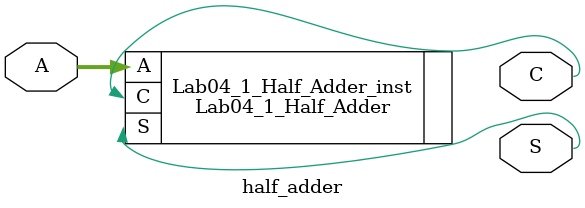
<source format=v>
module half_adder (
  input [1:0] A,
  output S,
  output C
  );

  Lab04_1_Half_Adder Lab04_1_Half_Adder_inst(
	.A(A) ,	// input [1:0] A_sig
	.S(S) ,	// output  S_sig
	.C(C) 	// output  C_sig
  );
endmodule //half_adder

</source>
